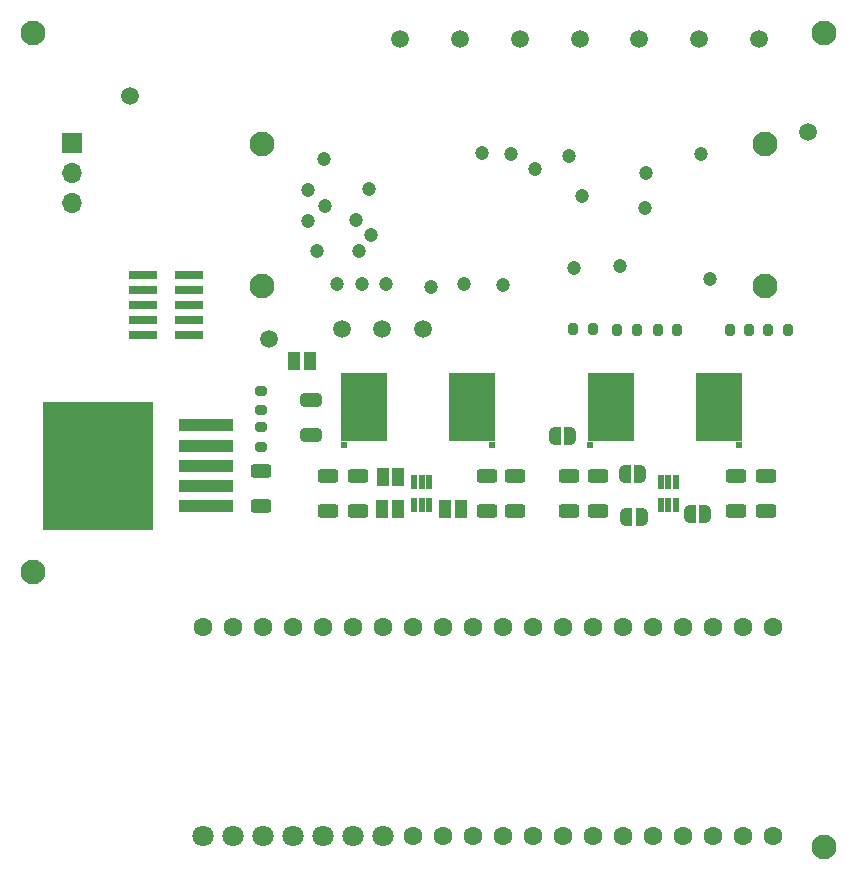
<source format=gbr>
%TF.GenerationSoftware,KiCad,Pcbnew,6.0.9-8da3e8f707~116~ubuntu22.04.1*%
%TF.CreationDate,2022-12-14T17:32:59+01:00*%
%TF.ProjectId,test_fixture,74657374-5f66-4697-9874-7572652e6b69,rev?*%
%TF.SameCoordinates,Original*%
%TF.FileFunction,Soldermask,Top*%
%TF.FilePolarity,Negative*%
%FSLAX46Y46*%
G04 Gerber Fmt 4.6, Leading zero omitted, Abs format (unit mm)*
G04 Created by KiCad (PCBNEW 6.0.9-8da3e8f707~116~ubuntu22.04.1) date 2022-12-14 17:32:59*
%MOMM*%
%LPD*%
G01*
G04 APERTURE LIST*
G04 Aperture macros list*
%AMRoundRect*
0 Rectangle with rounded corners*
0 $1 Rounding radius*
0 $2 $3 $4 $5 $6 $7 $8 $9 X,Y pos of 4 corners*
0 Add a 4 corners polygon primitive as box body*
4,1,4,$2,$3,$4,$5,$6,$7,$8,$9,$2,$3,0*
0 Add four circle primitives for the rounded corners*
1,1,$1+$1,$2,$3*
1,1,$1+$1,$4,$5*
1,1,$1+$1,$6,$7*
1,1,$1+$1,$8,$9*
0 Add four rect primitives between the rounded corners*
20,1,$1+$1,$2,$3,$4,$5,0*
20,1,$1+$1,$4,$5,$6,$7,0*
20,1,$1+$1,$6,$7,$8,$9,0*
20,1,$1+$1,$8,$9,$2,$3,0*%
%AMFreePoly0*
4,1,22,0.500000,-0.750000,0.000000,-0.750000,0.000000,-0.745033,-0.079941,-0.743568,-0.215256,-0.701293,-0.333266,-0.622738,-0.424486,-0.514219,-0.481581,-0.384460,-0.499164,-0.250000,-0.500000,-0.250000,-0.500000,0.250000,-0.499164,0.250000,-0.499963,0.256109,-0.478152,0.396186,-0.417904,0.524511,-0.324060,0.630769,-0.204165,0.706417,-0.067858,0.745374,0.000000,0.744959,0.000000,0.750000,
0.500000,0.750000,0.500000,-0.750000,0.500000,-0.750000,$1*%
%AMFreePoly1*
4,1,20,0.000000,0.744959,0.073905,0.744508,0.209726,0.703889,0.328688,0.626782,0.421226,0.519385,0.479903,0.390333,0.500000,0.250000,0.500000,-0.250000,0.499851,-0.262216,0.476331,-0.402017,0.414519,-0.529596,0.319384,-0.634700,0.198574,-0.708877,0.061801,-0.746166,0.000000,-0.745033,0.000000,-0.750000,-0.500000,-0.750000,-0.500000,0.750000,0.000000,0.750000,0.000000,0.744959,
0.000000,0.744959,$1*%
G04 Aperture macros list end*
%ADD10R,1.000000X1.500000*%
%ADD11C,1.500000*%
%ADD12C,1.200000*%
%ADD13FreePoly0,0.000000*%
%ADD14FreePoly1,0.000000*%
%ADD15C,2.100000*%
%ADD16R,3.940000X5.840000*%
%ADD17R,0.510000X0.600000*%
%ADD18C,1.800000*%
%ADD19C,1.600000*%
%ADD20RoundRect,0.020000X0.180000X-0.575000X0.180000X0.575000X-0.180000X0.575000X-0.180000X-0.575000X0*%
%ADD21R,1.700000X1.700000*%
%ADD22O,1.700000X1.700000*%
%ADD23RoundRect,0.250000X0.625000X-0.312500X0.625000X0.312500X-0.625000X0.312500X-0.625000X-0.312500X0*%
%ADD24RoundRect,0.200000X-0.200000X-0.275000X0.200000X-0.275000X0.200000X0.275000X-0.200000X0.275000X0*%
%ADD25R,4.600000X1.100000*%
%ADD26R,9.400000X10.800000*%
%ADD27RoundRect,0.250000X0.650000X-0.325000X0.650000X0.325000X-0.650000X0.325000X-0.650000X-0.325000X0*%
%ADD28FreePoly0,180.000000*%
%ADD29FreePoly1,180.000000*%
%ADD30R,2.400000X0.740000*%
%ADD31RoundRect,0.200000X0.275000X-0.200000X0.275000X0.200000X-0.275000X0.200000X-0.275000X-0.200000X0*%
%ADD32RoundRect,0.200000X0.200000X0.275000X-0.200000X0.275000X-0.200000X-0.275000X0.200000X-0.275000X0*%
G04 APERTURE END LIST*
D10*
%TO.C,JP5*%
X106258600Y-99187000D03*
X107558600Y-99187000D03*
%TD*%
D11*
%TO.C,BUTTON1*%
X135473440Y-71907400D03*
%TD*%
D12*
%TO.C,POGO8*%
X129489200Y-81813400D03*
%TD*%
%TO.C,POGO13*%
X136017000Y-83235800D03*
%TD*%
D11*
%TO.C,GND1*%
X92379800Y-76758800D03*
%TD*%
D12*
%TO.C,POGO12*%
X129921000Y-91287600D03*
%TD*%
D13*
%TO.C,JP8*%
X134224000Y-108798800D03*
D14*
X135524000Y-108798800D03*
%TD*%
D15*
%TO.C,H9*%
X146100800Y-80797400D03*
%TD*%
D16*
%TO.C,R4*%
X133042200Y-103124000D03*
D17*
X131327200Y-106324000D03*
D16*
X142192200Y-103124000D03*
D17*
X143907200Y-106324000D03*
%TD*%
D18*
%TO.C,U1*%
X98552000Y-139370600D03*
X101092000Y-139370600D03*
X103632000Y-139370600D03*
X106172000Y-139370600D03*
X108712000Y-139370600D03*
X111252000Y-139370600D03*
X113792000Y-139370600D03*
D19*
X116332000Y-139370600D03*
X118872000Y-139370600D03*
X121412000Y-139370600D03*
X123952000Y-139370600D03*
X126492000Y-139370600D03*
X129032000Y-139370600D03*
X131572000Y-139370600D03*
X134112000Y-139370600D03*
X136652000Y-139370600D03*
X139192000Y-139370600D03*
X141732000Y-139370600D03*
X144272000Y-139370600D03*
X146812000Y-139370600D03*
X146812000Y-121690600D03*
X144272000Y-121690600D03*
X141732000Y-121690600D03*
X139192000Y-121690600D03*
X136652000Y-121690600D03*
X134112000Y-121690600D03*
X131572000Y-121690600D03*
X129032000Y-121690600D03*
X126492000Y-121690600D03*
X123952000Y-121690600D03*
X121412000Y-121690600D03*
X118872000Y-121690600D03*
X116332000Y-121690600D03*
X113792000Y-121690600D03*
X111252000Y-121690600D03*
X108712000Y-121690600D03*
X106172000Y-121690600D03*
X103632000Y-121690600D03*
X101092000Y-121690600D03*
X98552000Y-121690600D03*
%TD*%
D11*
%TO.C,GND2*%
X149758400Y-79832200D03*
%TD*%
D20*
%TO.C,U3*%
X116393200Y-111343200D03*
X117043200Y-111343200D03*
X117693200Y-111343200D03*
X117693200Y-109423200D03*
X117043200Y-109423200D03*
X116393200Y-109423200D03*
%TD*%
D15*
%TO.C,H4*%
X84124800Y-117043200D03*
%TD*%
D12*
%TO.C,POGO25*%
X109880400Y-92684600D03*
%TD*%
%TO.C,POGO2*%
X108204000Y-89865200D03*
%TD*%
D21*
%TO.C,J1*%
X87477600Y-80721200D03*
D22*
X87477600Y-83261200D03*
X87477600Y-85801200D03*
%TD*%
D12*
%TO.C,POGO22*%
X111785400Y-89865200D03*
%TD*%
D23*
%TO.C,C9*%
X103463000Y-111469900D03*
X103463000Y-108544900D03*
%TD*%
D12*
%TO.C,POGO7*%
X133858000Y-91109800D03*
%TD*%
%TO.C,POGO6*%
X124637800Y-81661000D03*
%TD*%
D23*
%TO.C,C3*%
X129489200Y-111886900D03*
X129489200Y-108961900D03*
%TD*%
%TO.C,C4*%
X111633000Y-111876300D03*
X111633000Y-108951300D03*
%TD*%
D24*
%TO.C,R6*%
X146380200Y-96545400D03*
X148030200Y-96545400D03*
%TD*%
D12*
%TO.C,POGO3*%
X107442000Y-87299800D03*
%TD*%
D20*
%TO.C,U4*%
X137272000Y-111353800D03*
X137922000Y-111353800D03*
X138572000Y-111353800D03*
X138572000Y-109433800D03*
X137922000Y-109433800D03*
X137272000Y-109433800D03*
%TD*%
D11*
%TO.C,PDM_CLK1*%
X110286800Y-96520000D03*
%TD*%
%TO.C,BATT+1*%
X140533120Y-71907400D03*
%TD*%
D25*
%TO.C,U2*%
X98773200Y-111451600D03*
X98773200Y-109751600D03*
D26*
X89623200Y-108051600D03*
D25*
X98773200Y-108051600D03*
X98773200Y-106351600D03*
X98773200Y-104651600D03*
%TD*%
D11*
%TO.C,FF_Q1*%
X130413760Y-71907400D03*
%TD*%
D12*
%TO.C,POGO15*%
X130606800Y-85191600D03*
%TD*%
D23*
%TO.C,C7*%
X131953000Y-111886900D03*
X131953000Y-108961900D03*
%TD*%
%TO.C,C8*%
X109143800Y-111876300D03*
X109143800Y-108951300D03*
%TD*%
D12*
%TO.C,POGO19*%
X140716000Y-81635600D03*
%TD*%
D13*
%TO.C,JP2*%
X134376400Y-112431000D03*
D14*
X135676400Y-112431000D03*
%TD*%
D12*
%TO.C,POGO23*%
X111531400Y-87249000D03*
%TD*%
D15*
%TO.C,H7*%
X103505000Y-80797400D03*
%TD*%
D11*
%TO.C,PDM_DATA1*%
X104140000Y-97358200D03*
%TD*%
D15*
%TO.C,H10*%
X146100800Y-92811600D03*
%TD*%
D11*
%TO.C,FF_CLK1*%
X113728500Y-96520000D03*
%TD*%
D10*
%TO.C,JP1*%
X113711200Y-111734600D03*
X115011200Y-111734600D03*
%TD*%
D23*
%TO.C,C2*%
X143687800Y-111886900D03*
X143687800Y-108961900D03*
%TD*%
D12*
%TO.C,POGO21*%
X112801400Y-88519000D03*
%TD*%
D27*
%TO.C,C10*%
X107654000Y-105437200D03*
X107654000Y-102487200D03*
%TD*%
D12*
%TO.C,POGO16*%
X141503400Y-92278200D03*
%TD*%
%TO.C,POGO11*%
X123952000Y-92735400D03*
%TD*%
%TO.C,POGO14*%
X108788200Y-82092800D03*
%TD*%
%TO.C,POGO20*%
X112623600Y-84658200D03*
%TD*%
D15*
%TO.C,H3*%
X84124800Y-71424800D03*
%TD*%
D10*
%TO.C,JP6*%
X113777000Y-109016800D03*
X115077000Y-109016800D03*
%TD*%
D13*
%TO.C,JP7*%
X128331200Y-105547600D03*
D14*
X129631200Y-105547600D03*
%TD*%
D28*
%TO.C,JP4*%
X141061200Y-112151600D03*
D29*
X139761200Y-112151600D03*
%TD*%
D12*
%TO.C,POGO10*%
X114046000Y-92633800D03*
%TD*%
%TO.C,POGO1*%
X126619000Y-82905600D03*
%TD*%
D11*
%TO.C,DEC_CAP1*%
X117170200Y-96520000D03*
%TD*%
D23*
%TO.C,C1*%
X122555000Y-111876300D03*
X122555000Y-108951300D03*
%TD*%
D15*
%TO.C,H8*%
X103505000Y-92811600D03*
%TD*%
D24*
%TO.C,R7*%
X133617200Y-96545400D03*
X135267200Y-96545400D03*
%TD*%
D12*
%TO.C,J6*%
X135991600Y-86233000D03*
%TD*%
D30*
%TO.C,J3*%
X97327000Y-96951800D03*
X93427000Y-96951800D03*
X97327000Y-95681800D03*
X93427000Y-95681800D03*
X97327000Y-94411800D03*
X93427000Y-94411800D03*
X97327000Y-93141800D03*
X93427000Y-93141800D03*
X97327000Y-91871800D03*
X93427000Y-91871800D03*
%TD*%
D10*
%TO.C,JP3*%
X120349800Y-111734600D03*
X119049800Y-111734600D03*
%TD*%
D12*
%TO.C,J5*%
X120624600Y-92684600D03*
%TD*%
D31*
%TO.C,R1*%
X103463000Y-106451400D03*
X103463000Y-104801400D03*
%TD*%
D24*
%TO.C,R8*%
X137020800Y-96545400D03*
X138670800Y-96545400D03*
%TD*%
D15*
%TO.C,H6*%
X151079200Y-140309600D03*
%TD*%
%TO.C,H5*%
X151079200Y-71424800D03*
%TD*%
D11*
%TO.C,I2C_SDA1*%
X120294400Y-71907400D03*
%TD*%
%TO.C,P3.3V1*%
X145592800Y-71907400D03*
%TD*%
D23*
%TO.C,C6*%
X146202400Y-111886900D03*
X146202400Y-108961900D03*
%TD*%
D12*
%TO.C,POGO24*%
X112039400Y-92710000D03*
%TD*%
D23*
%TO.C,C5*%
X124993400Y-111876300D03*
X124993400Y-108951300D03*
%TD*%
D12*
%TO.C,POGO17*%
X117856000Y-92913200D03*
%TD*%
D11*
%TO.C,FF_D1*%
X125354080Y-71907400D03*
%TD*%
D12*
%TO.C,POGO4*%
X107442000Y-84683600D03*
%TD*%
%TO.C,POGO5*%
X122199400Y-81584800D03*
%TD*%
D24*
%TO.C,R5*%
X143129000Y-96545400D03*
X144779000Y-96545400D03*
%TD*%
D11*
%TO.C,I2C_CLK1*%
X115234720Y-71907400D03*
%TD*%
D31*
%TO.C,R2*%
X103437600Y-103352600D03*
X103437600Y-101702600D03*
%TD*%
D12*
%TO.C,POGO18*%
X108864400Y-86029800D03*
%TD*%
D32*
%TO.C,R9*%
X131546600Y-96494600D03*
X129896600Y-96494600D03*
%TD*%
D16*
%TO.C,R3*%
X112163400Y-103113400D03*
D17*
X110448400Y-106313400D03*
X123028400Y-106313400D03*
D16*
X121313400Y-103113400D03*
%TD*%
M02*

</source>
